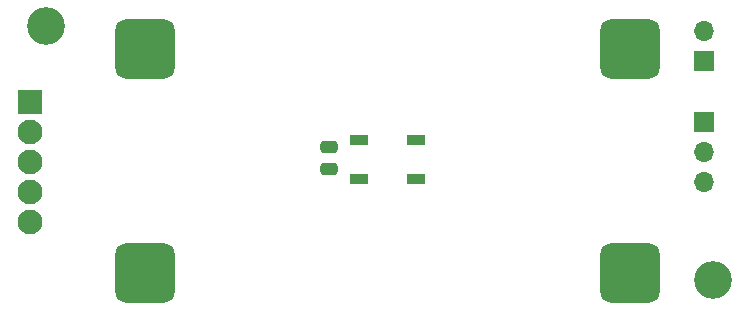
<source format=gbs>
%TF.GenerationSoftware,KiCad,Pcbnew,8.0.5*%
%TF.CreationDate,2025-02-14T13:05:26+01:00*%
%TF.ProjectId,servo_plate,73657276-6f5f-4706-9c61-74652e6b6963,rev?*%
%TF.SameCoordinates,Original*%
%TF.FileFunction,Soldermask,Bot*%
%TF.FilePolarity,Negative*%
%FSLAX46Y46*%
G04 Gerber Fmt 4.6, Leading zero omitted, Abs format (unit mm)*
G04 Created by KiCad (PCBNEW 8.0.5) date 2025-02-14 13:05:26*
%MOMM*%
%LPD*%
G01*
G04 APERTURE LIST*
G04 Aperture macros list*
%AMRoundRect*
0 Rectangle with rounded corners*
0 $1 Rounding radius*
0 $2 $3 $4 $5 $6 $7 $8 $9 X,Y pos of 4 corners*
0 Add a 4 corners polygon primitive as box body*
4,1,4,$2,$3,$4,$5,$6,$7,$8,$9,$2,$3,0*
0 Add four circle primitives for the rounded corners*
1,1,$1+$1,$2,$3*
1,1,$1+$1,$4,$5*
1,1,$1+$1,$6,$7*
1,1,$1+$1,$8,$9*
0 Add four rect primitives between the rounded corners*
20,1,$1+$1,$2,$3,$4,$5,0*
20,1,$1+$1,$4,$5,$6,$7,0*
20,1,$1+$1,$6,$7,$8,$9,0*
20,1,$1+$1,$8,$9,$2,$3,0*%
G04 Aperture macros list end*
%ADD10RoundRect,0.820210X-1.679790X-1.679790X1.679790X-1.679790X1.679790X1.679790X-1.679790X1.679790X0*%
%ADD11C,3.200000*%
%ADD12R,1.700000X1.700000*%
%ADD13O,1.700000X1.700000*%
%ADD14R,2.100000X2.100000*%
%ADD15C,2.100000*%
%ADD16RoundRect,0.250000X0.475000X-0.250000X0.475000X0.250000X-0.475000X0.250000X-0.475000X-0.250000X0*%
%ADD17R,1.500000X0.900000*%
G04 APERTURE END LIST*
D10*
%TO.C,DC1*%
X95950000Y-64950000D03*
X95950000Y-83950000D03*
X136950000Y-64950000D03*
X136950000Y-83950000D03*
%TD*%
D11*
%TO.C,H2*%
X87500000Y-63000000D03*
%TD*%
D12*
%TO.C,M1*%
X143250000Y-71160000D03*
D13*
X143250000Y-73700000D03*
X143250000Y-76240000D03*
%TD*%
D12*
%TO.C,SW1*%
X143250000Y-65975000D03*
D13*
X143250000Y-63435000D03*
%TD*%
D14*
%TO.C,J1*%
X86200000Y-69500000D03*
D15*
X86200000Y-72040000D03*
X86200000Y-74580000D03*
X86200000Y-77120000D03*
X86200000Y-79660000D03*
%TD*%
D11*
%TO.C,H1*%
X144000000Y-84500000D03*
%TD*%
D16*
%TO.C,C1*%
X111500000Y-75150000D03*
X111500000Y-73250000D03*
%TD*%
D17*
%TO.C,D1*%
X114000000Y-76000000D03*
X114000000Y-72700000D03*
X118900000Y-72700000D03*
X118900000Y-76000000D03*
%TD*%
M02*

</source>
